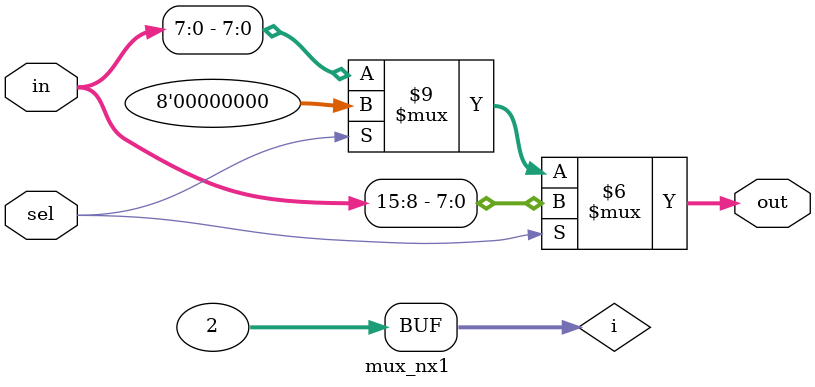
<source format=v>
module mux_nx1 #(
    parameter N = 2,           // Number of inputs
    parameter WIDTH = 8        // Width of each input
) (
    input  [N*WIDTH-1:0] in,   // Concatenated input bus
    input  [$clog2(N)-1:0] sel,//select signal or control signal
    output reg [WIDTH-1:0] out
);
    integer i;
    always @(*) begin
        out = {WIDTH{1'b0}};//initialize output to zero
        // Select the appropriate input based on the sel signal
        for (i = 0; i < N; i = i + 1) begin
            if (sel == i)
                out = in[i*WIDTH +: WIDTH];
        end
    end
endmodule

// in1-----00|\
// in2-----10| \  N=4,Width=8
// in3-----11| /--------out
// in4-----01|/|
//             |
//             |
//            sel 
           
// 01011001_01001010_10010100_10101001_01001010
// 39                                         0

//reg to wire conversion





</source>
